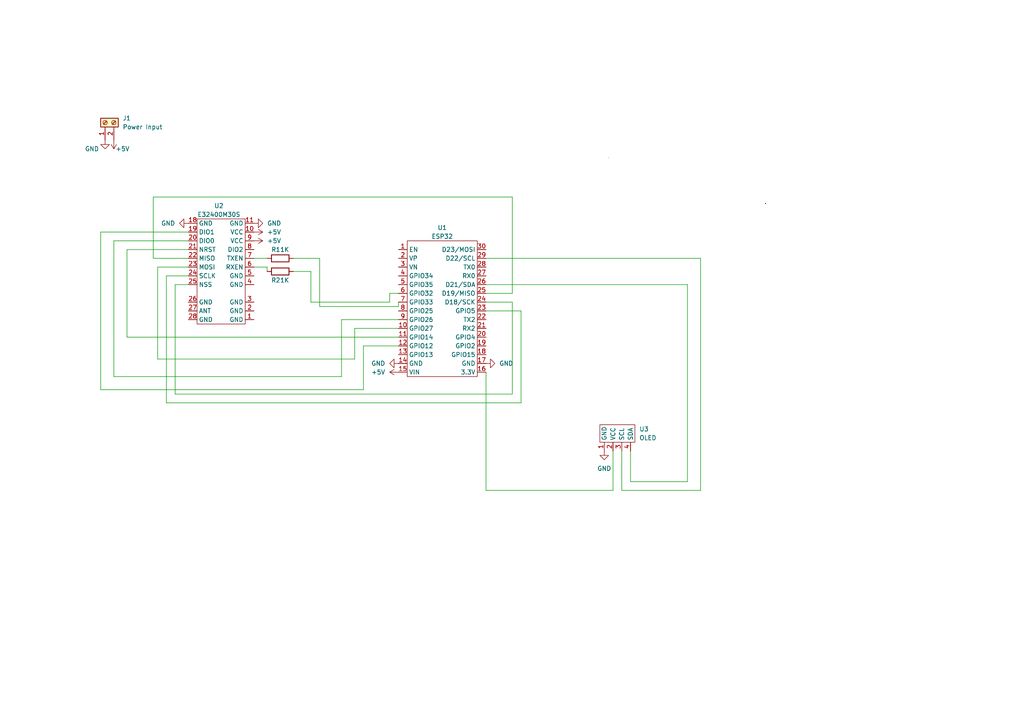
<source format=kicad_sch>
(kicad_sch (version 20211123) (generator eeschema)
  (paper "A4")
  (lib_symbols
    (symbol "Connector:Screw_Terminal_01x02" (pin_names (offset 1.016) hide)
      (property "Reference" "J" (at 0 2.54 0))
      (property "Value" "Screw_Terminal_01x02" (at 0 -5.08 0))
      (symbol "Screw_Terminal_01x02_1_1"
        (rectangle (start -1.27 1.27) (end 1.27 -3.81) (stroke (width 0.254)) (fill (type background)))
        (circle (center 0 -2.54) (radius 0.635) (stroke (width 0.1524)))
        (polyline (pts (xy -0.5334 -2.2098) (xy 0.3302 -3.048)) (stroke (width 0.1524)))
        (polyline (pts (xy -0.5334 0.3302) (xy 0.3302 -0.508)) (stroke (width 0.1524)))
        (polyline (pts (xy -0.3556 -2.032) (xy 0.508 -2.8702)) (stroke (width 0.1524)))
        (polyline (pts (xy -0.3556 0.508) (xy 0.508 -0.3302)) (stroke (width 0.1524)))
        (circle (center 0 0) (radius 0.635) (stroke (width 0.1524)))
        (pin passive line (at -5.08 0 0) (length 3.81) (name "Pin_1") (number "1"))
        (pin passive line (at -5.08 -2.54 0) (length 3.81) (name "Pin_2") (number "2"))
      )
    )
    (symbol "Device:R" (pin_numbers hide) (pin_names (offset 0))
      (property "Reference" "R" (at 2.032 0 90))
      (property "Value" "R" (at 0 0 90))
      (symbol "R_0_1"
        (rectangle (start -1.016 -2.54) (end 1.016 2.54) (stroke (width 0.254)))
      )
      (symbol "R_1_1"
        (pin passive line (at 0 3.81 270) (length 1.27) (name "~") (number "1"))
        (pin passive line (at 0 -3.81 90) (length 1.27) (name "~") (number "2"))
      )
    )
    (symbol "TinyGS:E32400M30S"
      (property "Reference" "U" (at 0 15.24 0))
      (property "Value" "E32400M30S" (at 0 -17.78 0))
      (symbol "E32400M30S_0_1"
        (rectangle (start -6.35 13.97) (end 7.62 -16.51))
        (rectangle (start 113.03 31.75) (end 113.03 31.75))
      )
      (symbol "E32400M30S_1_1"
        (pin input line (at 10.16 -15.24 180) (length 2.54) (name "GND") (number "1"))
        (pin power_in line (at 10.16 10.16 180) (length 2.54) (name "VCC") (number "10"))
        (pin input line (at 10.16 12.7 180) (length 2.54) (name "GND") (number "11"))
        (pin input line (at -8.89 12.7 0) (length 2.54) (name "GND") (number "18"))
        (pin bidirectional line (at -8.89 10.16 0) (length 2.54) (name "DIO1") (number "19"))
        (pin input line (at 10.16 -12.7 180) (length 2.54) (name "GND") (number "2"))
        (pin bidirectional line (at -8.89 7.62 0) (length 2.54) (name "DIO0") (number "20"))
        (pin input line (at -8.89 5.08 0) (length 2.54) (name "NRST") (number "21"))
        (pin output line (at -8.89 2.54 0) (length 2.54) (name "MISO") (number "22"))
        (pin input line (at -8.89 0 0) (length 2.54) (name "MOSI") (number "23"))
        (pin input line (at -8.89 -2.54 0) (length 2.54) (name "SCLK") (number "24"))
        (pin input line (at -8.89 -5.08 0) (length 2.54) (name "NSS") (number "25"))
        (pin input line (at -8.89 -10.16 0) (length 2.54) (name "GND") (number "26"))
        (pin input line (at -8.89 -12.7 0) (length 2.54) (name "ANT") (number "27"))
        (pin input line (at -8.89 -15.24 0) (length 2.54) (name "GND") (number "28"))
        (pin input line (at 10.16 -10.16 180) (length 2.54) (name "GND") (number "3"))
        (pin input line (at 10.16 -5.08 180) (length 2.54) (name "GND") (number "4"))
        (pin input line (at 10.16 -2.54 180) (length 2.54) (name "GND") (number "5"))
        (pin input line (at 10.16 0 180) (length 2.54) (name "RXEN") (number "6"))
        (pin input line (at 10.16 2.54 180) (length 2.54) (name "TXEN") (number "7"))
        (pin bidirectional line (at 10.16 5.08 180) (length 2.54) (name "DIO2") (number "8"))
        (pin power_in line (at 10.16 7.62 180) (length 2.54) (name "VCC") (number "9"))
      )
    )
    (symbol "TinyGS:ESP32"
      (property "Reference" "U" (at 8.89 1.27 0))
      (property "Value" "ESP32" (at 10.1092 -40.132 0))
      (symbol "ESP32_0_1"
        (rectangle (start 0 0) (end 20.32 -39.37))
        (rectangle (start 103.9368 10.8204) (end 103.9368 10.8204))
        (rectangle (start 103.9368 10.8204) (end 103.9368 10.8204))
        (rectangle (start 103.9368 10.8204) (end 103.9368 10.8204))
        (rectangle (start 103.9368 10.8204) (end 103.9368 10.8204))
        (rectangle (start 103.9368 10.8204) (end 103.9368 10.8204))
        (rectangle (start 103.9368 10.8204) (end 103.9368 10.8204))
        (rectangle (start 103.9368 10.8204) (end 103.9368 10.8204))
        (rectangle (start 103.9368 10.8204) (end 103.9368 10.8204))
        (rectangle (start 103.9368 10.8204) (end 103.9368 10.8204))
        (rectangle (start 103.9368 10.8204) (end 103.9368 10.8204))
        (rectangle (start 103.9368 10.8204) (end 103.9368 10.8204) (fill (type outline)))
      )
      (symbol "ESP32_1_1"
        (pin input line (at -2.54 -2.54 0) (length 2.54) (name "EN") (number "1"))
        (pin bidirectional line (at -2.54 -25.4 0) (length 2.54) (name "GPIO27") (number "10"))
        (pin bidirectional line (at -2.54 -27.94 0) (length 2.54) (name "GPIO14") (number "11"))
        (pin bidirectional line (at -2.54 -30.48 0) (length 2.54) (name "GPIO12") (number "12"))
        (pin bidirectional line (at -2.54 -33.02 0) (length 2.54) (name "GPIO13") (number "13"))
        (pin input line (at -2.54 -35.56 0) (length 2.54) (name "GND") (number "14"))
        (pin power_in line (at -2.54 -38.1 0) (length 2.54) (name "VIN") (number "15"))
        (pin power_out line (at 22.86 -38.1 180) (length 2.54) (name "3.3V") (number "16"))
        (pin input line (at 22.86 -35.56 180) (length 2.54) (name "GND") (number "17"))
        (pin bidirectional line (at 22.86 -33.02 180) (length 2.54) (name "GPIO15") (number "18"))
        (pin bidirectional line (at 22.86 -30.48 180) (length 2.54) (name "GPIO2") (number "19"))
        (pin input line (at -2.54 -5.08 0) (length 2.54) (name "VP") (number "2"))
        (pin bidirectional line (at 22.86 -27.94 180) (length 2.54) (name "GPIO4") (number "20"))
        (pin input line (at 22.86 -25.4 180) (length 2.54) (name "RX2") (number "21"))
        (pin output line (at 22.86 -22.86 180) (length 2.54) (name "TX2") (number "22"))
        (pin bidirectional line (at 22.86 -20.32 180) (length 2.54) (name "GPIO5") (number "23"))
        (pin bidirectional line (at 22.86 -17.78 180) (length 2.54) (name "D18/SCK") (number "24"))
        (pin input line (at 22.86 -15.24 180) (length 2.54) (name "D19/MISO") (number "25"))
        (pin bidirectional line (at 22.86 -12.7 180) (length 2.54) (name "D21/SDA") (number "26"))
        (pin input line (at 22.86 -10.16 180) (length 2.54) (name "RX0") (number "27"))
        (pin output line (at 22.86 -7.62 180) (length 2.54) (name "TX0") (number "28"))
        (pin output line (at 22.86 -5.08 180) (length 2.54) (name "D22/SCL") (number "29"))
        (pin input line (at -2.54 -7.62 0) (length 2.54) (name "VN") (number "3"))
        (pin output line (at 22.86 -2.54 180) (length 2.54) (name "D23/MOSI") (number "30"))
        (pin bidirectional line (at -2.54 -10.16 0) (length 2.54) (name "GPIO34") (number "4"))
        (pin bidirectional line (at -2.54 -12.7 0) (length 2.54) (name "GPIO35") (number "5"))
        (pin bidirectional line (at -2.54 -15.24 0) (length 2.54) (name "GPIO32") (number "6"))
        (pin bidirectional line (at -2.54 -17.78 0) (length 2.54) (name "GPIO33") (number "7"))
        (pin bidirectional line (at -2.54 -20.32 0) (length 2.54) (name "GPIO25") (number "8"))
        (pin bidirectional line (at -2.54 -22.86 0) (length 2.54) (name "GPIO26") (number "9"))
      )
    )
    (symbol "TinyGS:OLED"
      (property "Reference" "U" (at 0 0 0))
      (property "Value" "OLED" (at 3.81 0 0))
      (symbol "OLED_0_1"
        (rectangle (start -1.27 -2.54) (end 8.89 -7.62))
      )
      (symbol "OLED_1_1"
        (pin input line (at 0 -10.16 90) (length 2.54) (name "GND") (number "1"))
        (pin power_in line (at 2.54 -10.16 90) (length 2.54) (name "VCC") (number "2"))
        (pin input line (at 5.08 -10.16 90) (length 2.54) (name "SCL") (number "3"))
        (pin bidirectional line (at 7.62 -10.16 90) (length 2.54) (name "SDA") (number "4"))
      )
    )
    (symbol "power:+5V" (power) (pin_names (offset 0))
      (property "Value" "+5V" (at 0 3.556 0))
      (symbol "+5V_0_1"
        (polyline (pts (xy -0.762 1.27) (xy 0 2.54)))
        (polyline (pts (xy 0 0) (xy 0 2.54)))
        (polyline (pts (xy 0 2.54) (xy 0.762 1.27)))
      )
      (symbol "+5V_1_1"
        (pin power_in line (at 0 0 90) (length 0) hide (name "+5V") (number "1"))
      )
    )
    (symbol "power:GND" (power) (pin_names (offset 0))
      (property "Value" "GND" (at 0 -3.81 0))
      (symbol "GND_0_1"
        (polyline (pts (xy 0 0) (xy 0 -1.27) (xy 1.27 -1.27) (xy 0 -2.54) (xy -1.27 -1.27) (xy 0 -1.27)))
      )
      (symbol "GND_1_1"
        (pin power_in line (at 0 0 270) (length 0) hide (name "GND") (number "1"))
      )
    )
  )
  (wire (pts (xy 148.59 57.15) (xy 44.45 57.15)))
  (wire (pts (xy 54.61 72.39) (xy 36.83 72.39)))
  (wire (pts (xy 115.57 92.71) (xy 99.06 92.71)))
  (wire (pts (xy 50.8 114.3) (xy 148.59 114.3)))
  (wire (pts (xy 45.72 77.47) (xy 54.61 77.47)))
  (wire (pts (xy 73.66 74.93) (xy 77.47 74.93)))
  (wire (pts (xy 199.39 82.55) (xy 140.97 82.55)))
  (wire (pts (xy 73.66 77.47) (xy 77.47 77.47)))
  (wire (pts (xy 151.13 116.84) (xy 48.26 116.84)))
  (wire (pts (xy 105.41 113.03) (xy 105.41 100.33)))
  (wire (pts (xy 148.59 114.3) (xy 148.59 87.63)))
  (wire (pts (xy 54.61 82.55) (xy 50.8 82.55)))
  (wire (pts (xy 140.97 107.95) (xy 140.97 142.24)))
  (wire (pts (xy 151.13 90.17) (xy 151.13 116.84)))
  (wire (pts (xy 199.39 139.7) (xy 199.39 82.55)))
  (wire (pts (xy 182.88 139.7) (xy 199.39 139.7)))
  (wire (pts (xy 48.26 116.84) (xy 48.26 80.01)))
  (wire (pts (xy 140.97 90.17) (xy 151.13 90.17)))
  (wire (pts (xy 115.57 88.9) (xy 115.57 87.63)))
  (wire (pts (xy 148.59 87.63) (xy 140.97 87.63)))
  (wire (pts (xy 113.03 87.63) (xy 113.03 85.09)))
  (wire (pts (xy 85.09 74.93) (xy 92.71 74.93)))
  (wire (pts (xy 48.26 80.01) (xy 54.61 80.01)))
  (wire (pts (xy 33.02 69.85) (xy 54.61 69.85)))
  (wire (pts (xy 50.8 82.55) (xy 50.8 114.3)))
  (wire (pts (xy 102.87 104.14) (xy 45.72 104.14)))
  (wire (pts (xy 54.61 67.31) (xy 29.21 67.31)))
  (wire (pts (xy 77.47 77.47) (xy 77.47 78.74)))
  (wire (pts (xy 115.57 95.25) (xy 102.87 95.25)))
  (wire (pts (xy 140.97 85.09) (xy 148.59 85.09)))
  (wire (pts (xy 113.03 85.09) (xy 115.57 85.09)))
  (wire (pts (xy 102.87 95.25) (xy 102.87 104.14)))
  (wire (pts (xy 92.71 74.93) (xy 92.71 88.9)))
  (wire (pts (xy 92.71 88.9) (xy 115.57 88.9)))
  (wire (pts (xy 36.83 97.79) (xy 115.57 97.79)))
  (wire (pts (xy 203.2 142.24) (xy 180.34 142.24)))
  (wire (pts (xy 44.45 57.15) (xy 44.45 74.93)))
  (wire (pts (xy 99.06 109.22) (xy 33.02 109.22)))
  (wire (pts (xy 105.41 100.33) (xy 115.57 100.33)))
  (wire (pts (xy 203.2 74.93) (xy 203.2 142.24)))
  (wire (pts (xy 33.02 109.22) (xy 33.02 69.85)))
  (wire (pts (xy 36.83 72.39) (xy 36.83 97.79)))
  (wire (pts (xy 29.21 67.31) (xy 29.21 113.03)))
  (wire (pts (xy 45.72 104.14) (xy 45.72 77.47)))
  (wire (pts (xy 148.59 85.09) (xy 148.59 57.15)))
  (wire (pts (xy 44.45 74.93) (xy 54.61 74.93)))
  (wire (pts (xy 177.8 142.24) (xy 177.8 130.81)))
  (wire (pts (xy 90.17 78.74) (xy 90.17 87.63)))
  (wire (pts (xy 90.17 87.63) (xy 113.03 87.63)))
  (wire (pts (xy 182.88 130.81) (xy 182.88 139.7)))
  (wire (pts (xy 29.21 113.03) (xy 105.41 113.03)))
  (wire (pts (xy 140.97 142.24) (xy 177.8 142.24)))
  (wire (pts (xy 140.97 74.93) (xy 203.2 74.93)))
  (wire (pts (xy 180.34 142.24) (xy 180.34 130.81)))
  (wire (pts (xy 85.09 78.74) (xy 90.17 78.74)))
  (wire (pts (xy 99.06 92.71) (xy 99.06 109.22)))
  (symbol (lib_id "power:GND") (at 175.26 130.81 0) (unit 1)
    (property "Reference" "#PWR0110" (effects hide))
    (property "Value" "GND" (at 175.26 135.89 0))
  )
  (symbol (lib_id "TinyGS:ESP32") (at 118.11 69.85 0) (unit 1)
    (property "Reference" "U1" (at 128.27 66.04 0))
    (property "Value" "ESP32" (at 128.27 68.58 0))
    (property "Footprint" "TinyGS:ESP32" (effects hide))
  )
  (symbol (lib_id "power:GND") (at 30.48 40.64 0) (unit 1)
    (property "Reference" "#PWR0101" (effects hide))
    (property "Value" "GND" (at 26.67 43.18 0))
  )
  (symbol (lib_id "TinyGS:OLED") (at 175.26 120.65 0) (unit 1)
    (property "Reference" "U3" (at 185.42 124.4599 0) (effects (justify left)))
    (property "Value" "OLED" (at 185.42 126.9999 0) (effects (justify left)))
    (property "Footprint" "TinyGS:OLED" (effects hide))
  )
  (symbol (lib_id "power:GND") (at 73.66 64.77 90) (unit 1)
    (property "Reference" "#PWR0105" (effects hide))
    (property "Value" "GND" (at 77.47 64.7699 90) (effects (justify right)))
  )
  (symbol (lib_id "power:GND") (at 140.97 105.41 90) (unit 1)
    (property "Reference" "#PWR0109" (effects hide))
    (property "Value" "GND" (at 144.78 105.4099 90) (effects (justify right)))
  )
  (symbol (lib_id "power:+5V") (at 115.57 107.95 90) (unit 1)
    (property "Reference" "#PWR0107" (effects hide))
    (property "Value" "+5V" (at 111.76 107.9499 90) (effects (justify left)))
  )
  (symbol (lib_id "TinyGS:E32400M30S") (at 63.5 77.47 0) (unit 1)
    (property "Reference" "U2" (at 63.5 59.69 0))
    (property "Value" "E32400M30S" (at 63.5 62.23 0))
    (property "Footprint" "TinyGS:E32400M" (effects hide))
  )
  (symbol (lib_id "power:GND") (at 115.57 105.41 270) (unit 1)
    (property "Reference" "#PWR0108" (effects hide))
    (property "Value" "GND" (at 111.76 105.4099 90) (effects (justify right)))
  )
  (symbol (lib_id "power:+5V") (at 33.02 40.64 180) (unit 1)
    (property "Reference" "#PWR0102" (effects hide))
    (property "Value" "+5V" (at 35.56 43.18 0))
  )
  (symbol (lib_id "Device:R") (at 81.28 74.93 90) (unit 1)
    (property "Reference" "R1" (at 80.01 72.39 90))
    (property "Value" "1K" (at 82.55 72.39 90))
    (property "Footprint" "Resistor_THT:R_Axial_DIN0207_L6.3mm_D2.5mm_P10.16mm_Horizontal" (effects hide))
  )
  (symbol (lib_id "Connector:Screw_Terminal_01x02") (at 30.48 35.56 90) (unit 1)
    (property "Reference" "J1" (at 35.56 34.2899 90) (effects (justify right)))
    (property "Value" "Power Input" (at 35.56 36.8299 90) (effects (justify right)))
    (property "Footprint" "TerminalBlock_4Ucon:TerminalBlock_4Ucon_1x02_P3.50mm_Horizontal" (effects hide))
  )
  (symbol (lib_id "power:+5V") (at 73.66 67.31 270) (unit 1)
    (property "Reference" "#PWR0104" (effects hide))
    (property "Value" "+5V" (at 77.47 67.3099 90) (effects (justify left)))
  )
  (symbol (lib_id "power:GND") (at 54.61 64.77 270) (unit 1)
    (property "Reference" "#PWR0103" (effects hide))
    (property "Value" "GND" (at 50.8 64.7699 90) (effects (justify right)))
  )
  (symbol (lib_id "Device:R") (at 81.28 78.74 90) (unit 1)
    (property "Reference" "R2" (at 80.01 81.28 90))
    (property "Value" "1K" (at 82.55 81.28 90))
    (property "Footprint" "Resistor_THT:R_Axial_DIN0207_L6.3mm_D2.5mm_P10.16mm_Horizontal" (effects hide))
  )
  (symbol (lib_id "power:+5V") (at 73.66 69.85 270) (unit 1)
    (property "Reference" "#PWR0106" (effects hide))
    (property "Value" "+5V" (at 77.47 69.8499 90) (effects (justify left)))
  )
)
</source>
